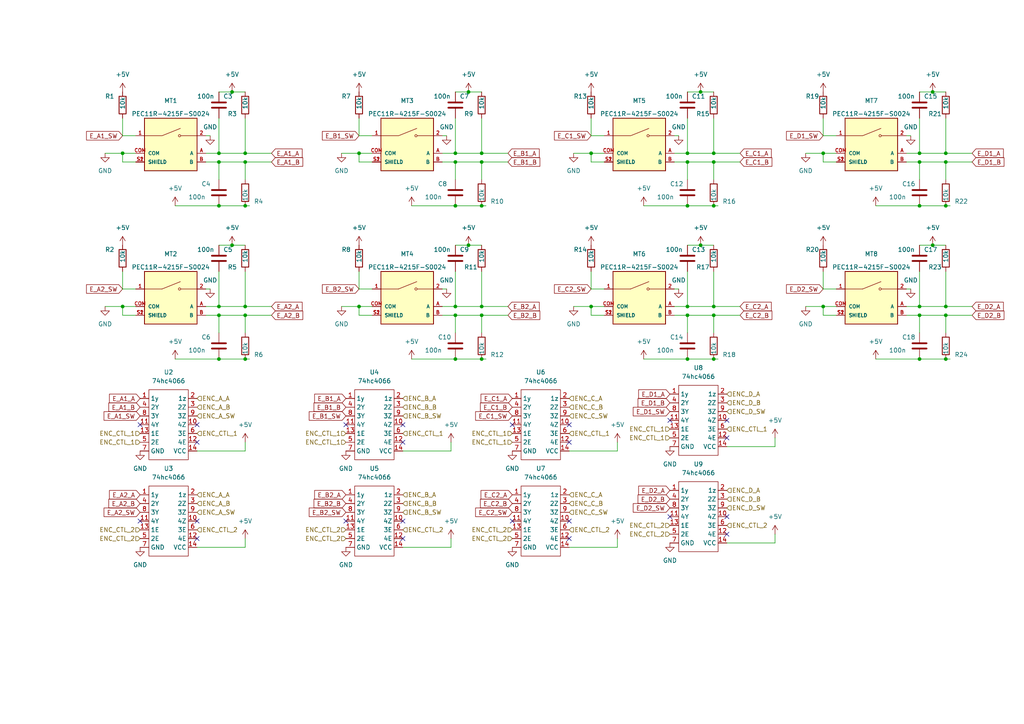
<source format=kicad_sch>
(kicad_sch (version 20211123) (generator eeschema)
  (paper "A4")
  (junction (at 132.08 44.45))
  (junction (at 207.01 46.99))
  (junction (at 266.7 88.9))
  (junction (at 207.01 104.14))
  (junction (at 139.7 91.44))
  (junction (at 270.51 71.12))
  (junction (at 171.45 88.9))
  (junction (at 71.12 104.14))
  (junction (at 270.51 26.67))
  (junction (at 199.39 104.14))
  (junction (at 203.2 26.67))
  (junction (at 238.76 44.45))
  (junction (at 132.08 59.69))
  (junction (at 274.32 44.45))
  (junction (at 135.89 71.12))
  (junction (at 199.39 91.44))
  (junction (at 132.08 88.9))
  (junction (at 203.2 71.12))
  (junction (at 139.7 88.9))
  (junction (at 266.7 59.69))
  (junction (at 71.12 88.9))
  (junction (at 71.12 59.69))
  (junction (at 67.31 26.67))
  (junction (at 63.5 59.69))
  (junction (at 132.08 91.44))
  (junction (at 135.89 26.67))
  (junction (at 274.32 91.44))
  (junction (at 132.08 104.14))
  (junction (at 63.5 88.9))
  (junction (at 63.5 44.45))
  (junction (at 274.32 59.69))
  (junction (at 207.01 59.69))
  (junction (at 104.14 88.9))
  (junction (at 132.08 46.99))
  (junction (at 199.39 44.45))
  (junction (at 71.12 46.99))
  (junction (at 238.76 88.9))
  (junction (at 207.01 91.44))
  (junction (at 35.56 88.9))
  (junction (at 266.7 44.45))
  (junction (at 139.7 104.14))
  (junction (at 139.7 59.69))
  (junction (at 104.14 44.45))
  (junction (at 63.5 104.14))
  (junction (at 266.7 91.44))
  (junction (at 139.7 46.99))
  (junction (at 207.01 88.9))
  (junction (at 274.32 46.99))
  (junction (at 71.12 44.45))
  (junction (at 266.7 104.14))
  (junction (at 274.32 88.9))
  (junction (at 266.7 46.99))
  (junction (at 63.5 46.99))
  (junction (at 199.39 46.99))
  (junction (at 71.12 91.44))
  (junction (at 199.39 88.9))
  (junction (at 207.01 44.45))
  (junction (at 199.39 59.69))
  (junction (at 63.5 91.44))
  (junction (at 67.31 71.12))
  (junction (at 171.45 44.45))
  (junction (at 274.32 104.14))
  (junction (at 139.7 44.45))
  (junction (at 35.56 44.45))
  (no_connect (at 40.64 151.13))
  (no_connect (at 194.31 149.86))
  (no_connect (at 100.33 123.19))
  (no_connect (at 165.1 123.19))
  (no_connect (at 210.82 127))
  (no_connect (at 165.1 151.13))
  (no_connect (at 165.1 156.21))
  (no_connect (at 165.1 128.27))
  (no_connect (at 210.82 121.92))
  (no_connect (at 210.82 149.86))
  (no_connect (at 210.82 154.94))
  (no_connect (at 57.15 123.19))
  (no_connect (at 57.15 128.27))
  (no_connect (at 57.15 151.13))
  (no_connect (at 57.15 156.21))
  (no_connect (at 116.84 151.13))
  (no_connect (at 116.84 123.19))
  (no_connect (at 116.84 128.27))
  (no_connect (at 116.84 156.21))
  (no_connect (at 100.33 151.13))
  (no_connect (at 194.31 121.92))
  (no_connect (at 40.64 123.19))
  (no_connect (at 148.59 123.19))
  (no_connect (at 148.59 151.13))
  (wire (pts (xy 130.81 158.75) (xy 116.84 158.75)))
  (wire (pts (xy 274.32 78.74) (xy 274.32 88.9)))
  (wire (pts (xy 63.5 78.74) (xy 63.5 88.9)))
  (wire (pts (xy 238.76 39.37) (xy 242.57 39.37)))
  (wire (pts (xy 274.32 46.99) (xy 281.94 46.99)))
  (wire (pts (xy 238.76 88.9) (xy 242.57 88.9)))
  (wire (pts (xy 166.37 44.45) (xy 171.45 44.45)))
  (wire (pts (xy 179.07 156.21) (xy 179.07 158.75)))
  (wire (pts (xy 139.7 34.29) (xy 139.7 44.45)))
  (wire (pts (xy 199.39 78.74) (xy 199.39 88.9)))
  (wire (pts (xy 132.08 46.99) (xy 139.7 46.99)))
  (wire (pts (xy 104.14 88.9) (xy 107.95 88.9)))
  (wire (pts (xy 224.79 129.54) (xy 210.82 129.54)))
  (wire (pts (xy 224.79 127) (xy 224.79 129.54)))
  (wire (pts (xy 266.7 71.12) (xy 270.51 71.12)))
  (wire (pts (xy 199.39 44.45) (xy 207.01 44.45)))
  (wire (pts (xy 262.89 91.44) (xy 266.7 91.44)))
  (wire (pts (xy 71.12 130.81) (xy 57.15 130.81)))
  (wire (pts (xy 195.58 44.45) (xy 199.39 44.45)))
  (wire (pts (xy 104.14 91.44) (xy 104.14 88.9)))
  (wire (pts (xy 107.95 46.99) (xy 104.14 46.99)))
  (wire (pts (xy 238.76 44.45) (xy 242.57 44.45)))
  (wire (pts (xy 63.5 91.44) (xy 63.5 96.52)))
  (wire (pts (xy 71.12 34.29) (xy 71.12 44.45)))
  (wire (pts (xy 171.45 34.29) (xy 171.45 39.37)))
  (wire (pts (xy 195.58 83.82) (xy 196.85 83.82)))
  (wire (pts (xy 262.89 39.37) (xy 264.16 39.37)))
  (wire (pts (xy 262.89 88.9) (xy 266.7 88.9)))
  (wire (pts (xy 119.38 59.69) (xy 132.08 59.69)))
  (wire (pts (xy 63.5 44.45) (xy 71.12 44.45)))
  (wire (pts (xy 266.7 26.67) (xy 270.51 26.67)))
  (wire (pts (xy 274.32 44.45) (xy 281.94 44.45)))
  (wire (pts (xy 128.27 88.9) (xy 132.08 88.9)))
  (wire (pts (xy 199.39 104.14) (xy 207.01 104.14)))
  (wire (pts (xy 274.32 34.29) (xy 274.32 44.45)))
  (wire (pts (xy 132.08 88.9) (xy 139.7 88.9)))
  (wire (pts (xy 266.7 91.44) (xy 274.32 91.44)))
  (wire (pts (xy 63.5 104.14) (xy 71.12 104.14)))
  (wire (pts (xy 132.08 91.44) (xy 132.08 96.52)))
  (wire (pts (xy 207.01 88.9) (xy 214.63 88.9)))
  (wire (pts (xy 199.39 91.44) (xy 207.01 91.44)))
  (wire (pts (xy 266.7 46.99) (xy 274.32 46.99)))
  (wire (pts (xy 139.7 91.44) (xy 139.7 96.52)))
  (wire (pts (xy 71.12 104.14) (xy 72.39 104.14)))
  (wire (pts (xy 71.12 59.69) (xy 72.39 59.69)))
  (wire (pts (xy 63.5 88.9) (xy 71.12 88.9)))
  (wire (pts (xy 171.45 46.99) (xy 171.45 44.45)))
  (wire (pts (xy 266.7 34.29) (xy 266.7 44.45)))
  (wire (pts (xy 128.27 83.82) (xy 129.54 83.82)))
  (wire (pts (xy 119.38 104.14) (xy 132.08 104.14)))
  (wire (pts (xy 67.31 71.12) (xy 71.12 71.12)))
  (wire (pts (xy 186.69 104.14) (xy 199.39 104.14)))
  (wire (pts (xy 207.01 91.44) (xy 207.01 96.52)))
  (wire (pts (xy 104.14 34.29) (xy 104.14 39.37)))
  (wire (pts (xy 139.7 59.69) (xy 140.97 59.69)))
  (wire (pts (xy 71.12 158.75) (xy 57.15 158.75)))
  (wire (pts (xy 203.2 71.12) (xy 207.01 71.12)))
  (wire (pts (xy 274.32 91.44) (xy 274.32 96.52)))
  (wire (pts (xy 132.08 71.12) (xy 135.89 71.12)))
  (wire (pts (xy 207.01 34.29) (xy 207.01 44.45)))
  (wire (pts (xy 104.14 39.37) (xy 107.95 39.37)))
  (wire (pts (xy 242.57 91.44) (xy 238.76 91.44)))
  (wire (pts (xy 104.14 78.74) (xy 104.14 83.82)))
  (wire (pts (xy 254 104.14) (xy 266.7 104.14)))
  (wire (pts (xy 132.08 59.69) (xy 139.7 59.69)))
  (wire (pts (xy 266.7 91.44) (xy 266.7 96.52)))
  (wire (pts (xy 238.76 46.99) (xy 238.76 44.45)))
  (wire (pts (xy 99.06 44.45) (xy 104.14 44.45)))
  (wire (pts (xy 175.26 46.99) (xy 171.45 46.99)))
  (wire (pts (xy 199.39 91.44) (xy 199.39 96.52)))
  (wire (pts (xy 104.14 46.99) (xy 104.14 44.45)))
  (wire (pts (xy 59.69 91.44) (xy 63.5 91.44)))
  (wire (pts (xy 104.14 83.82) (xy 107.95 83.82)))
  (wire (pts (xy 71.12 88.9) (xy 78.74 88.9)))
  (wire (pts (xy 35.56 78.74) (xy 35.56 83.82)))
  (wire (pts (xy 132.08 44.45) (xy 139.7 44.45)))
  (wire (pts (xy 63.5 46.99) (xy 71.12 46.99)))
  (wire (pts (xy 238.76 34.29) (xy 238.76 39.37)))
  (wire (pts (xy 128.27 46.99) (xy 132.08 46.99)))
  (wire (pts (xy 39.37 46.99) (xy 35.56 46.99)))
  (wire (pts (xy 59.69 39.37) (xy 60.96 39.37)))
  (wire (pts (xy 233.68 88.9) (xy 238.76 88.9)))
  (wire (pts (xy 139.7 46.99) (xy 139.7 52.07)))
  (wire (pts (xy 171.45 78.74) (xy 171.45 83.82)))
  (wire (pts (xy 71.12 91.44) (xy 71.12 96.52)))
  (wire (pts (xy 132.08 91.44) (xy 139.7 91.44)))
  (wire (pts (xy 63.5 34.29) (xy 63.5 44.45)))
  (wire (pts (xy 59.69 83.82) (xy 60.96 83.82)))
  (wire (pts (xy 132.08 78.74) (xy 132.08 88.9)))
  (wire (pts (xy 262.89 46.99) (xy 266.7 46.99)))
  (wire (pts (xy 130.81 128.27) (xy 130.81 130.81)))
  (wire (pts (xy 274.32 104.14) (xy 275.59 104.14)))
  (wire (pts (xy 270.51 26.67) (xy 274.32 26.67)))
  (wire (pts (xy 224.79 154.94) (xy 224.79 157.48)))
  (wire (pts (xy 128.27 44.45) (xy 132.08 44.45)))
  (wire (pts (xy 166.37 88.9) (xy 171.45 88.9)))
  (wire (pts (xy 266.7 78.74) (xy 266.7 88.9)))
  (wire (pts (xy 224.79 157.48) (xy 210.82 157.48)))
  (wire (pts (xy 171.45 88.9) (xy 175.26 88.9)))
  (wire (pts (xy 30.48 44.45) (xy 35.56 44.45)))
  (wire (pts (xy 39.37 91.44) (xy 35.56 91.44)))
  (wire (pts (xy 128.27 91.44) (xy 132.08 91.44)))
  (wire (pts (xy 270.51 71.12) (xy 274.32 71.12)))
  (wire (pts (xy 63.5 26.67) (xy 67.31 26.67)))
  (wire (pts (xy 67.31 26.67) (xy 71.12 26.67)))
  (wire (pts (xy 132.08 34.29) (xy 132.08 44.45)))
  (wire (pts (xy 132.08 46.99) (xy 132.08 52.07)))
  (wire (pts (xy 35.56 39.37) (xy 39.37 39.37)))
  (wire (pts (xy 262.89 44.45) (xy 266.7 44.45)))
  (wire (pts (xy 59.69 44.45) (xy 63.5 44.45)))
  (wire (pts (xy 35.56 88.9) (xy 39.37 88.9)))
  (wire (pts (xy 139.7 104.14) (xy 140.97 104.14)))
  (wire (pts (xy 35.56 83.82) (xy 39.37 83.82)))
  (wire (pts (xy 274.32 46.99) (xy 274.32 52.07)))
  (wire (pts (xy 171.45 91.44) (xy 171.45 88.9)))
  (wire (pts (xy 195.58 88.9) (xy 199.39 88.9)))
  (wire (pts (xy 207.01 44.45) (xy 214.63 44.45)))
  (wire (pts (xy 238.76 83.82) (xy 242.57 83.82)))
  (wire (pts (xy 71.12 44.45) (xy 78.74 44.45)))
  (wire (pts (xy 99.06 88.9) (xy 104.14 88.9)))
  (wire (pts (xy 199.39 71.12) (xy 203.2 71.12)))
  (wire (pts (xy 175.26 91.44) (xy 171.45 91.44)))
  (wire (pts (xy 195.58 39.37) (xy 196.85 39.37)))
  (wire (pts (xy 199.39 59.69) (xy 207.01 59.69)))
  (wire (pts (xy 207.01 104.14) (xy 208.28 104.14)))
  (wire (pts (xy 139.7 88.9) (xy 147.32 88.9)))
  (wire (pts (xy 71.12 91.44) (xy 78.74 91.44)))
  (wire (pts (xy 35.56 91.44) (xy 35.56 88.9)))
  (wire (pts (xy 207.01 78.74) (xy 207.01 88.9)))
  (wire (pts (xy 238.76 78.74) (xy 238.76 83.82)))
  (wire (pts (xy 35.56 34.29) (xy 35.56 39.37)))
  (wire (pts (xy 139.7 46.99) (xy 147.32 46.99)))
  (wire (pts (xy 274.32 88.9) (xy 281.94 88.9)))
  (wire (pts (xy 195.58 46.99) (xy 199.39 46.99)))
  (wire (pts (xy 207.01 91.44) (xy 214.63 91.44)))
  (wire (pts (xy 171.45 83.82) (xy 175.26 83.82)))
  (wire (pts (xy 195.58 91.44) (xy 199.39 91.44)))
  (wire (pts (xy 203.2 26.67) (xy 207.01 26.67)))
  (wire (pts (xy 242.57 46.99) (xy 238.76 46.99)))
  (wire (pts (xy 139.7 44.45) (xy 147.32 44.45)))
  (wire (pts (xy 71.12 78.74) (xy 71.12 88.9)))
  (wire (pts (xy 59.69 46.99) (xy 63.5 46.99)))
  (wire (pts (xy 274.32 91.44) (xy 281.94 91.44)))
  (wire (pts (xy 71.12 128.27) (xy 71.12 130.81)))
  (wire (pts (xy 104.14 44.45) (xy 107.95 44.45)))
  (wire (pts (xy 199.39 46.99) (xy 207.01 46.99)))
  (wire (pts (xy 135.89 26.67) (xy 139.7 26.67)))
  (wire (pts (xy 30.48 88.9) (xy 35.56 88.9)))
  (wire (pts (xy 50.8 104.14) (xy 63.5 104.14)))
  (wire (pts (xy 63.5 71.12) (xy 67.31 71.12)))
  (wire (pts (xy 35.56 46.99) (xy 35.56 44.45)))
  (wire (pts (xy 71.12 156.21) (xy 71.12 158.75)))
  (wire (pts (xy 207.01 46.99) (xy 207.01 52.07)))
  (wire (pts (xy 128.27 39.37) (xy 129.54 39.37)))
  (wire (pts (xy 199.39 34.29) (xy 199.39 44.45)))
  (wire (pts (xy 63.5 46.99) (xy 63.5 52.07)))
  (wire (pts (xy 266.7 46.99) (xy 266.7 52.07)))
  (wire (pts (xy 179.07 130.81) (xy 165.1 130.81)))
  (wire (pts (xy 132.08 26.67) (xy 135.89 26.67)))
  (wire (pts (xy 199.39 88.9) (xy 207.01 88.9)))
  (wire (pts (xy 130.81 130.81) (xy 116.84 130.81)))
  (wire (pts (xy 199.39 26.67) (xy 203.2 26.67)))
  (wire (pts (xy 274.32 59.69) (xy 275.59 59.69)))
  (wire (pts (xy 233.68 44.45) (xy 238.76 44.45)))
  (wire (pts (xy 199.39 46.99) (xy 199.39 52.07)))
  (wire (pts (xy 262.89 83.82) (xy 264.16 83.82)))
  (wire (pts (xy 63.5 91.44) (xy 71.12 91.44)))
  (wire (pts (xy 130.81 156.21) (xy 130.81 158.75)))
  (wire (pts (xy 238.76 91.44) (xy 238.76 88.9)))
  (wire (pts (xy 50.8 59.69) (xy 63.5 59.69)))
  (wire (pts (xy 59.69 88.9) (xy 63.5 88.9)))
  (wire (pts (xy 254 59.69) (xy 266.7 59.69)))
  (wire (pts (xy 139.7 78.74) (xy 139.7 88.9)))
  (wire (pts (xy 171.45 44.45) (xy 175.26 44.45)))
  (wire (pts (xy 207.01 46.99) (xy 214.63 46.99)))
  (wire (pts (xy 132.08 104.14) (xy 139.7 104.14)))
  (wire (pts (xy 266.7 44.45) (xy 274.32 44.45)))
  (wire (pts (xy 207.01 59.69) (xy 208.28 59.69)))
  (wire (pts (xy 266.7 88.9) (xy 274.32 88.9)))
  (wire (pts (xy 266.7 104.14) (xy 274.32 104.14)))
  (wire (pts (xy 179.07 158.75) (xy 165.1 158.75)))
  (wire (pts (xy 35.56 44.45) (xy 39.37 44.45)))
  (wire (pts (xy 107.95 91.44) (xy 104.14 91.44)))
  (wire (pts (xy 266.7 59.69) (xy 274.32 59.69)))
  (wire (pts (xy 171.45 39.37) (xy 175.26 39.37)))
  (wire (pts (xy 139.7 91.44) (xy 147.32 91.44)))
  (wire (pts (xy 71.12 46.99) (xy 78.74 46.99)))
  (wire (pts (xy 186.69 59.69) (xy 199.39 59.69)))
  (wire (pts (xy 179.07 128.27) (xy 179.07 130.81)))
  (wire (pts (xy 63.5 59.69) (xy 71.12 59.69)))
  (wire (pts (xy 71.12 46.99) (xy 71.12 52.07)))
  (wire (pts (xy 135.89 71.12) (xy 139.7 71.12)))
  (global_label "E_B2_B" (shape input) (at 147.32 91.44 0) (property "Intersheet References" "${INTERSHEET_REFS}" (effects hide)))
  (global_label "E_D2_A" (shape input) (at 194.31 142.24 180) (property "Intersheet References" "${INTERSHEET_REFS}" (effects hide)))
  (global_label "E_C2_A" (shape input) (at 214.63 88.9 0) (property "Intersheet References" "${INTERSHEET_REFS}" (effects hide)))
  (global_label "E_B2_A" (shape input) (at 100.33 143.51 180) (property "Intersheet References" "${INTERSHEET_REFS}" (effects hide)))
  (global_label "E_B1_A" (shape input) (at 147.32 44.45 0) (property "Intersheet References" "${INTERSHEET_REFS}" (effects hide)))
  (global_label "E_A2_B" (shape input) (at 78.74 91.44 0) (property "Intersheet References" "${INTERSHEET_REFS}" (effects hide)))
  (global_label "E_B1_B" (shape input) (at 100.33 118.11 180) (property "Intersheet References" "${INTERSHEET_REFS}" (effects hide)))
  (global_label "E_B1_SW" (shape input) (at 104.14 39.37 180) (property "Intersheet References" "${INTERSHEET_REFS}" (effects hide)))
  (global_label "E_A1_A" (shape input) (at 40.64 115.57 180) (property "Intersheet References" "${INTERSHEET_REFS}" (effects hide)))
  (global_label "E_A2_SW" (shape input) (at 35.56 83.82 180) (property "Intersheet References" "${INTERSHEET_REFS}" (effects hide)))
  (global_label "E_D2_SW" (shape input) (at 238.76 83.82 180) (property "Intersheet References" "${INTERSHEET_REFS}" (effects hide)))
  (global_label "E_C1_A" (shape input) (at 148.59 115.57 180) (property "Intersheet References" "${INTERSHEET_REFS}" (effects hide)))
  (global_label "E_A1_B" (shape input) (at 40.64 118.11 180) (property "Intersheet References" "${INTERSHEET_REFS}" (effects hide)))
  (global_label "E_D1_B" (shape input) (at 281.94 46.99 0) (property "Intersheet References" "${INTERSHEET_REFS}" (effects hide)))
  (global_label "E_C1_SW" (shape input) (at 148.59 120.65 180) (property "Intersheet References" "${INTERSHEET_REFS}" (effects hide)))
  (global_label "E_D2_SW" (shape input) (at 194.31 147.32 180) (property "Intersheet References" "${INTERSHEET_REFS}" (effects hide)))
  (global_label "E_D2_B" (shape input) (at 194.31 144.78 180) (property "Intersheet References" "${INTERSHEET_REFS}" (effects hide)))
  (global_label "E_C1_A" (shape input) (at 214.63 44.45 0) (property "Intersheet References" "${INTERSHEET_REFS}" (effects hide)))
  (global_label "E_C1_B" (shape input) (at 148.59 118.11 180) (property "Intersheet References" "${INTERSHEET_REFS}" (effects hide)))
  (global_label "E_A2_A" (shape input) (at 78.74 88.9 0) (property "Intersheet References" "${INTERSHEET_REFS}" (effects hide)))
  (global_label "E_B2_SW" (shape input) (at 104.14 83.82 180) (property "Intersheet References" "${INTERSHEET_REFS}" (effects hide)))
  (global_label "E_A1_SW" (shape input) (at 40.64 120.65 180) (property "Intersheet References" "${INTERSHEET_REFS}" (effects hide)))
  (global_label "E_D1_SW" (shape input) (at 238.76 39.37 180) (property "Intersheet References" "${INTERSHEET_REFS}" (effects hide)))
  (global_label "E_D1_SW" (shape input) (at 194.31 119.38 180) (property "Intersheet References" "${INTERSHEET_REFS}" (effects hide)))
  (global_label "E_C1_B" (shape input) (at 214.63 46.99 0) (property "Intersheet References" "${INTERSHEET_REFS}" (effects hide)))
  (global_label "E_B1_A" (shape input) (at 100.33 115.57 180) (property "Intersheet References" "${INTERSHEET_REFS}" (effects hide)))
  (global_label "E_A2_B" (shape input) (at 40.64 146.05 180) (property "Intersheet References" "${INTERSHEET_REFS}" (effects hide)))
  (global_label "E_D1_A" (shape input) (at 194.31 114.3 180) (property "Intersheet References" "${INTERSHEET_REFS}" (effects hide)))
  (global_label "E_C2_SW" (shape input) (at 148.59 148.59 180) (property "Intersheet References" "${INTERSHEET_REFS}" (effects hide)))
  (global_label "E_B2_A" (shape input) (at 147.32 88.9 0) (property "Intersheet References" "${INTERSHEET_REFS}" (effects hide)))
  (global_label "E_A1_SW" (shape input) (at 35.56 39.37 180) (property "Intersheet References" "${INTERSHEET_REFS}" (effects hide)))
  (global_label "E_A1_B" (shape input) (at 78.74 46.99 0) (property "Intersheet References" "${INTERSHEET_REFS}" (effects hide)))
  (global_label "E_C2_SW" (shape input) (at 171.45 83.82 180) (property "Intersheet References" "${INTERSHEET_REFS}" (effects hide)))
  (global_label "E_D2_B" (shape input) (at 281.94 91.44 0) (property "Intersheet References" "${INTERSHEET_REFS}" (effects hide)))
  (global_label "E_A2_A" (shape input) (at 40.64 143.51 180) (property "Intersheet References" "${INTERSHEET_REFS}" (effects hide)))
  (global_label "E_D1_A" (shape input) (at 281.94 44.45 0) (property "Intersheet References" "${INTERSHEET_REFS}" (effects hide)))
  (global_label "E_D1_B" (shape input) (at 194.31 116.84 180) (property "Intersheet References" "${INTERSHEET_REFS}" (effects hide)))
  (global_label "E_B2_B" (shape input) (at 100.33 146.05 180) (property "Intersheet References" "${INTERSHEET_REFS}" (effects hide)))
  (global_label "E_B1_B" (shape input) (at 147.32 46.99 0) (property "Intersheet References" "${INTERSHEET_REFS}" (effects hide)))
  (global_label "E_B1_SW" (shape input) (at 100.33 120.65 180) (property "Intersheet References" "${INTERSHEET_REFS}" (effects hide)))
  (global_label "E_A1_A" (shape input) (at 78.74 44.45 0) (property "Intersheet References" "${INTERSHEET_REFS}" (effects hide)))
  (global_label "E_C1_SW" (shape input) (at 171.45 39.37 180) (property "Intersheet References" "${INTERSHEET_REFS}" (effects hide)))
  (global_label "E_D2_A" (shape input) (at 281.94 88.9 0) (property "Intersheet References" "${INTERSHEET_REFS}" (effects hide)))
  (global_label "E_B2_SW" (shape input) (at 100.33 148.59 180) (property "Intersheet References" "${INTERSHEET_REFS}" (effects hide)))
  (global_label "E_C2_A" (shape input) (at 148.59 143.51 180) (property "Intersheet References" "${INTERSHEET_REFS}" (effects hide)))
  (global_label "E_C2_B" (shape input) (at 148.59 146.05 180) (property "Intersheet References" "${INTERSHEET_REFS}" (effects hide)))
  (global_label "E_C2_B" (shape input) (at 214.63 91.44 0) (property "Intersheet References" "${INTERSHEET_REFS}" (effects hide)))
  (global_label "E_A2_SW" (shape input) (at 40.64 148.59 180) (property "Intersheet References" "${INTERSHEET_REFS}" (effects hide)))
  (hierarchical_label "ENC_CTL_1" (shape input) (at 116.84 125.73 0))
  (hierarchical_label "ENC_CTL_2" (shape input) (at 148.59 153.67 180))
  (hierarchical_label "ENC_CTL_1" (shape input) (at 194.31 127 180))
  (hierarchical_label "ENC_D_SW" (shape input) (at 210.82 119.38 0))
  (hierarchical_label "ENC_CTL_2" (shape input) (at 57.15 153.67 0))
  (hierarchical_label "ENC_D_B" (shape input) (at 210.82 116.84 0))
  (hierarchical_label "ENC_C_SW" (shape input) (at 165.1 120.65 0))
  (hierarchical_label "ENC_C_B" (shape input) (at 165.1 118.11 0))
  (hierarchical_label "ENC_A_B" (shape input) (at 57.15 118.11 0))
  (hierarchical_label "ENC_CTL_1" (shape input) (at 148.59 128.27 180))
  (hierarchical_label "ENC_C_A" (shape input) (at 165.1 115.57 0))
  (hierarchical_label "ENC_CTL_1" (shape input) (at 194.31 124.46 180))
  (hierarchical_label "ENC_A_A" (shape input) (at 57.15 115.57 0))
  (hierarchical_label "ENC_C_B" (shape input) (at 165.1 146.05 0))
  (hierarchical_label "ENC_CTL_2" (shape input) (at 165.1 153.67 0))
  (hierarchical_label "ENC_CTL_2" (shape input) (at 148.59 156.21 180))
  (hierarchical_label "ENC_D_SW" (shape input) (at 210.82 147.32 0))
  (hierarchical_label "ENC_CTL_2" (shape input) (at 210.82 152.4 0))
  (hierarchical_label "ENC_B_SW" (shape input) (at 116.84 120.65 0))
  (hierarchical_label "ENC_CTL_1" (shape input) (at 165.1 125.73 0))
  (hierarchical_label "ENC_CTL_2" (shape input) (at 116.84 153.67 0))
  (hierarchical_label "ENC_CTL_1" (shape input) (at 210.82 124.46 0))
  (hierarchical_label "ENC_CTL_2" (shape input) (at 194.31 152.4 180))
  (hierarchical_label "ENC_B_B" (shape input) (at 116.84 118.11 0))
  (hierarchical_label "ENC_B_B" (shape input) (at 116.84 146.05 0))
  (hierarchical_label "ENC_B_SW" (shape input) (at 116.84 148.59 0))
  (hierarchical_label "ENC_D_A" (shape input) (at 210.82 142.24 0))
  (hierarchical_label "ENC_CTL_2" (shape input) (at 40.64 156.21 180))
  (hierarchical_label "ENC_A_SW" (shape input) (at 57.15 148.59 0))
  (hierarchical_label "ENC_D_A" (shape input) (at 210.82 114.3 0))
  (hierarchical_label "ENC_CTL_1" (shape input) (at 57.15 125.73 0))
  (hierarchical_label "ENC_B_A" (shape input) (at 116.84 115.57 0))
  (hierarchical_label "ENC_CTL_2" (shape input) (at 40.64 153.67 180))
  (hierarchical_label "ENC_CTL_2" (shape input) (at 100.33 153.67 180))
  (hierarchical_label "ENC_C_A" (shape input) (at 165.1 143.51 0))
  (hierarchical_label "ENC_CTL_1" (shape input) (at 148.59 125.73 180))
  (hierarchical_label "ENC_A_B" (shape input) (at 57.15 146.05 0))
  (hierarchical_label "ENC_CTL_1" (shape input) (at 40.64 128.27 180))
  (hierarchical_label "ENC_CTL_2" (shape input) (at 100.33 156.21 180))
  (hierarchical_label "ENC_B_A" (shape input) (at 116.84 143.51 0))
  (hierarchical_label "ENC_CTL_1" (shape input) (at 100.33 128.27 180))
  (hierarchical_label "ENC_CTL_2" (shape input) (at 194.31 154.94 180))
  (hierarchical_label "ENC_C_SW" (shape input) (at 165.1 148.59 0))
  (hierarchical_label "ENC_CTL_1" (shape input) (at 100.33 125.73 180))
  (hierarchical_label "ENC_A_A" (shape input) (at 57.15 143.51 0))
  (hierarchical_label "ENC_CTL_1" (shape input) (at 40.64 125.73 180))
  (hierarchical_label "ENC_A_SW" (shape input) (at 57.15 120.65 0))
  (hierarchical_label "ENC_D_B" (shape input) (at 210.82 144.78 0))
  (symbol (lib_id "power:+5V") (at 71.12 128.27 0) (unit 1)
    (property "Reference" "#PWR016" (effects hide))
    (property "Value" "+5V" (at 71.12 123.19 0))
  )
  (symbol (lib_id "Device:R") (at 35.56 30.48 0) (unit 1)
    (property "Reference" "R1" (at 30.48 27.94 0) (effects (justify left)))
    (property "Value" "10k" (at 35.56 31.75 90) (effects (justify left)))
    (property "Footprint" "Resistor_SMD:R_1206_3216Metric_Pad1.30x1.75mm_HandSolder" (effects hide))
  )
  (symbol (lib_id "3dAudioSym:74hc4066") (at 110.49 151.13 0) (unit 1)
    (property "Reference" "U5" (at 108.585 135.89 0))
    (property "Value" "74hc4066" (at 108.585 138.43 0))
    (property "Footprint" "Package_SO:SOIC-14_3.9x8.7mm_P1.27mm" (effects hide))
  )
  (symbol (lib_id "power:+5V") (at 50.8 104.14 0) (unit 1)
    (property "Reference" "#PWR011" (effects hide))
    (property "Value" "+5V" (at 50.8 99.06 0))
  )
  (symbol (lib_id "power:GND") (at 264.16 39.37 0) (unit 1)
    (property "Reference" "#PWR056" (effects hide))
    (property "Value" "GND" (at 264.16 36.83 0))
  )
  (symbol (lib_id "power:GND") (at 129.54 83.82 0) (unit 1)
    (property "Reference" "#PWR027" (effects hide))
    (property "Value" "GND" (at 129.54 81.28 0))
  )
  (symbol (lib_id "Device:R") (at 207.01 100.33 0) (unit 1)
    (property "Reference" "R18" (at 209.55 102.87 0) (effects (justify left)))
    (property "Value" "10k" (at 207.01 102.87 90) (effects (justify left)))
    (property "Footprint" "Resistor_SMD:R_1206_3216Metric_Pad1.30x1.75mm_HandSolder" (effects hide))
  )
  (symbol (lib_id "power:+5V") (at 130.81 156.21 0) (unit 1)
    (property "Reference" "#PWR029" (effects hide))
    (property "Value" "+5V" (at 130.81 151.13 0))
  )
  (symbol (lib_id "Device:R") (at 171.45 30.48 0) (unit 1)
    (property "Reference" "R13" (at 166.37 27.94 0) (effects (justify left)))
    (property "Value" "10k" (at 171.45 31.75 90) (effects (justify left)))
    (property "Footprint" "Resistor_SMD:R_1206_3216Metric_Pad1.30x1.75mm_HandSolder" (effects hide))
  )
  (symbol (lib_id "power:+5V") (at 104.14 26.67 0) (unit 1)
    (property "Reference" "#PWR022" (effects hide))
    (property "Value" "+5V" (at 104.14 21.59 0))
  )
  (symbol (lib_id "power:+5V") (at 238.76 26.67 0) (unit 1)
    (property "Reference" "#PWR052" (effects hide))
    (property "Value" "+5V" (at 238.76 21.59 0))
  )
  (symbol (lib_id "power:GND") (at 148.59 158.75 0) (unit 1)
    (property "Reference" "#PWR033" (effects hide))
    (property "Value" "GND" (at 148.59 163.83 0))
  )
  (symbol (lib_id "Device:R") (at 139.7 74.93 0) (unit 1)
    (property "Reference" "R11" (at 134.62 77.47 0) (effects (justify left)))
    (property "Value" "10k" (at 139.7 76.2 90) (effects (justify left)))
    (property "Footprint" "Resistor_SMD:R_1206_3216Metric_Pad1.30x1.75mm_HandSolder" (effects hide))
  )
  (symbol (lib_id "Device:R") (at 71.12 30.48 0) (unit 1)
    (property "Reference" "R3" (at 66.04 33.02 0) (effects (justify left)))
    (property "Value" "10k" (at 71.12 31.75 90) (effects (justify left)))
    (property "Footprint" "Resistor_SMD:R_1206_3216Metric_Pad1.30x1.75mm_HandSolder" (effects hide))
  )
  (symbol (lib_id "power:GND") (at 30.48 88.9 0) (unit 1)
    (property "Reference" "#PWR05" (effects hide))
    (property "Value" "GND" (at 30.48 93.98 0))
  )
  (symbol (lib_id "3dAudioSym:PEC11R-4215F-S0024") (at 185.42 86.36 0) (unit 1)
    (property "Reference" "MT6" (at 185.42 73.66 0))
    (property "Value" "PEC11R-4215F-S0024" (at 185.42 77.47 0))
    (property "Footprint" "3dAudioFoot:XDCR_PEC11R-4215F-S0024" (effects hide))
    (property "DigiKey_Part_Number" "PEC11R-4215F-S0024-ND" (effects hide))
    (property "MF" "Bourns" (effects hide))
    (property "MAXIMUM_PACKAGE_HEIGHT" "21.5 mm" (effects hide))
    (property "Package" "None" (effects hide))
    (property "Check_prices" "https://www.snapeda.com/parts/PEC11R-4215F-S0024/Bourns/view-part/?ref=eda" (effects hide))
    (property "STANDARD" "Manufacturer Recommendations" (effects hide))
    (property "PARTREV" "Rev. 09/19" (effects hide))
    (property "SnapEDA_Link" "https://www.snapeda.com/parts/PEC11R-4215F-S0024/Bourns/view-part/?ref=snap" (effects hide))
    (property "MP" "PEC11R-4215F-S0024" (effects hide))
    (property "Purchase-URL" "https://www.snapeda.com/api/url_track_click_mouser/?unipart_id=428605&manufacturer=Bourns&part_name=PEC11R-4215F-S0024&search_term=None" (effects hide))
    (property "Description" "\nEncoder,Rotary,24 Detents,15 mm, Shaft,Switch | Bourns PEC11R-4215F-S0024\n" (effects hide))
    (property "MANUFACTURER" "J.W.Miller/Bourns" (effects hide))
  )
  (symbol (lib_id "Device:R") (at 104.14 30.48 0) (unit 1)
    (property "Reference" "R7" (at 99.06 27.94 0) (effects (justify left)))
    (property "Value" "10k" (at 104.14 31.75 90) (effects (justify left)))
    (property "Footprint" "Resistor_SMD:R_1206_3216Metric_Pad1.30x1.75mm_HandSolder" (effects hide))
  )
  (symbol (lib_id "power:+5V") (at 50.8 59.69 0) (unit 1)
    (property "Reference" "#PWR010" (effects hide))
    (property "Value" "+5V" (at 50.8 54.61 0))
  )
  (symbol (lib_id "power:GND") (at 99.06 88.9 0) (unit 1)
    (property "Reference" "#PWR019" (effects hide))
    (property "Value" "GND" (at 99.06 93.98 0))
  )
  (symbol (lib_id "power:GND") (at 60.96 83.82 0) (unit 1)
    (property "Reference" "#PWR013" (effects hide))
    (property "Value" "GND" (at 60.96 81.28 0))
  )
  (symbol (lib_id "power:GND") (at 40.64 158.75 0) (unit 1)
    (property "Reference" "#PWR09" (effects hide))
    (property "Value" "GND" (at 40.64 163.83 0))
  )
  (symbol (lib_id "3dAudioSym:PEC11R-4215F-S0024") (at 49.53 41.91 0) (unit 1)
    (property "Reference" "MT1" (at 49.53 29.21 0))
    (property "Value" "PEC11R-4215F-S0024" (at 49.53 33.02 0))
    (property "Footprint" "3dAudioFoot:XDCR_PEC11R-4215F-S0024" (effects hide))
    (property "DigiKey_Part_Number" "PEC11R-4215F-S0024-ND" (effects hide))
    (property "MF" "Bourns" (effects hide))
    (property "MAXIMUM_PACKAGE_HEIGHT" "21.5 mm" (effects hide))
    (property "Package" "None" (effects hide))
    (property "Check_prices" "https://www.snapeda.com/parts/PEC11R-4215F-S0024/Bourns/view-part/?ref=eda" (effects hide))
    (property "STANDARD" "Manufacturer Recommendations" (effects hide))
    (property "PARTREV" "Rev. 09/19" (effects hide))
    (property "SnapEDA_Link" "https://www.snapeda.com/parts/PEC11R-4215F-S0024/Bourns/view-part/?ref=snap" (effects hide))
    (property "MP" "PEC11R-4215F-S0024" (effects hide))
    (property "Purchase-URL" "https://www.snapeda.com/api/url_track_click_mouser/?unipart_id=428605&manufacturer=Bourns&part_name=PEC11R-4215F-S0024&search_term=None" (effects hide))
    (property "Description" "\nEncoder,Rotary,24 Detents,15 mm, Shaft,Switch | Bourns PEC11R-4215F-S0024\n" (effects hide))
    (property "MANUFACTURER" "J.W.Miller/Bourns" (effects hide))
  )
  (symbol (lib_id "3dAudioSym:74hc4066") (at 50.8 151.13 0) (unit 1)
    (property "Reference" "U3" (at 48.895 135.89 0))
    (property "Value" "74hc4066" (at 48.895 138.43 0))
    (property "Footprint" "Package_SO:SOIC-14_3.9x8.7mm_P1.27mm" (effects hide))
  )
  (symbol (lib_id "power:GND") (at 233.68 88.9 0) (unit 1)
    (property "Reference" "#PWR051" (effects hide))
    (property "Value" "GND" (at 233.68 93.98 0))
  )
  (symbol (lib_id "Device:R") (at 207.01 30.48 0) (unit 1)
    (property "Reference" "R15" (at 201.93 33.02 0) (effects (justify left)))
    (property "Value" "10k" (at 207.01 31.75 90) (effects (justify left)))
    (property "Footprint" "Resistor_SMD:R_1206_3216Metric_Pad1.30x1.75mm_HandSolder" (effects hide))
  )
  (symbol (lib_id "power:+5V") (at 224.79 127 0) (unit 1)
    (property "Reference" "#PWR048" (effects hide))
    (property "Value" "+5V" (at 224.79 121.92 0))
  )
  (symbol (lib_id "power:+5V") (at 254 59.69 0) (unit 1)
    (property "Reference" "#PWR054" (effects hide))
    (property "Value" "+5V" (at 254 54.61 0))
  )
  (symbol (lib_id "power:+5V") (at 203.2 26.67 0) (unit 1)
    (property "Reference" "#PWR046" (effects hide))
    (property "Value" "+5V" (at 203.2 21.59 0))
  )
  (symbol (lib_id "power:+5V") (at 179.07 128.27 0) (unit 1)
    (property "Reference" "#PWR038" (effects hide))
    (property "Value" "+5V" (at 179.07 123.19 0))
  )
  (symbol (lib_id "power:+5V") (at 67.31 71.12 0) (unit 1)
    (property "Reference" "#PWR015" (effects hide))
    (property "Value" "+5V" (at 67.31 66.04 0))
  )
  (symbol (lib_id "Device:C") (at 132.08 100.33 0) (unit 1)
    (property "Reference" "C10" (at 127 97.79 0) (effects (justify left)))
    (property "Value" "100n" (at 123.19 101.6 0) (effects (justify left)))
    (property "Footprint" "Capacitor_SMD:C_1206_3216Metric_Pad1.33x1.80mm_HandSolder" (effects hide))
  )
  (symbol (lib_id "power:+5V") (at 203.2 71.12 0) (unit 1)
    (property "Reference" "#PWR047" (effects hide))
    (property "Value" "+5V" (at 203.2 66.04 0))
  )
  (symbol (lib_id "3dAudioSym:74hc4066") (at 158.75 151.13 0) (unit 1)
    (property "Reference" "U7" (at 156.845 135.89 0))
    (property "Value" "74hc4066" (at 156.845 138.43 0))
    (property "Footprint" "Package_SO:SOIC-14_3.9x8.7mm_P1.27mm" (effects hide))
  )
  (symbol (lib_id "power:GND") (at 129.54 39.37 0) (unit 1)
    (property "Reference" "#PWR026" (effects hide))
    (property "Value" "GND" (at 129.54 36.83 0))
  )
  (symbol (lib_id "Device:C") (at 199.39 55.88 0) (unit 1)
    (property "Reference" "C12" (at 194.31 53.34 0) (effects (justify left)))
    (property "Value" "100n" (at 190.5 57.15 0) (effects (justify left)))
    (property "Footprint" "Capacitor_SMD:C_1206_3216Metric_Pad1.33x1.80mm_HandSolder" (effects hide))
  )
  (symbol (lib_id "power:GND") (at 196.85 39.37 0) (unit 1)
    (property "Reference" "#PWR044" (effects hide))
    (property "Value" "GND" (at 196.85 36.83 0))
  )
  (symbol (lib_id "power:GND") (at 264.16 83.82 0) (unit 1)
    (property "Reference" "#PWR057" (effects hide))
    (property "Value" "GND" (at 264.16 81.28 0))
  )
  (symbol (lib_id "Device:C") (at 266.7 30.48 0) (unit 1)
    (property "Reference" "C15" (at 267.97 27.94 0) (effects (justify left)))
    (property "Value" "100n" (at 260.35 27.94 0) (effects (justify left)))
    (property "Footprint" "Capacitor_SMD:C_1206_3216Metric_Pad1.33x1.80mm_HandSolder" (effects hide))
  )
  (symbol (lib_id "Device:C") (at 63.5 55.88 0) (unit 1)
    (property "Reference" "C4" (at 58.42 53.34 0) (effects (justify left)))
    (property "Value" "100n" (at 54.61 57.15 0) (effects (justify left)))
    (property "Footprint" "Capacitor_SMD:C_1206_3216Metric_Pad1.33x1.80mm_HandSolder" (effects hide))
  )
  (symbol (lib_id "Device:R") (at 207.01 74.93 0) (unit 1)
    (property "Reference" "R17" (at 201.93 77.47 0) (effects (justify left)))
    (property "Value" "10k" (at 207.01 76.2 90) (effects (justify left)))
    (property "Footprint" "Resistor_SMD:R_1206_3216Metric_Pad1.30x1.75mm_HandSolder" (effects hide))
  )
  (symbol (lib_id "3dAudioSym:74hc4066") (at 50.8 123.19 0) (unit 1)
    (property "Reference" "U2" (at 48.895 107.95 0))
    (property "Value" "74hc4066" (at 48.895 110.49 0))
    (property "Footprint" "Package_SO:SOIC-14_3.9x8.7mm_P1.27mm" (effects hide))
  )
  (symbol (lib_id "Device:C") (at 266.7 100.33 0) (unit 1)
    (property "Reference" "C18" (at 261.62 97.79 0) (effects (justify left)))
    (property "Value" "100n" (at 257.81 101.6 0) (effects (justify left)))
    (property "Footprint" "Capacitor_SMD:C_1206_3216Metric_Pad1.33x1.80mm_HandSolder" (effects hide))
  )
  (symbol (lib_id "power:GND") (at 99.06 44.45 0) (unit 1)
    (property "Reference" "#PWR018" (effects hide))
    (property "Value" "GND" (at 99.06 49.53 0))
  )
  (symbol (lib_id "power:+5V") (at 238.76 71.12 0) (unit 1)
    (property "Reference" "#PWR053" (effects hide))
    (property "Value" "+5V" (at 238.76 66.04 0))
  )
  (symbol (lib_id "Device:C") (at 266.7 55.88 0) (unit 1)
    (property "Reference" "C16" (at 261.62 53.34 0) (effects (justify left)))
    (property "Value" "100n" (at 257.81 57.15 0) (effects (justify left)))
    (property "Footprint" "Capacitor_SMD:C_1206_3216Metric_Pad1.33x1.80mm_HandSolder" (effects hide))
  )
  (symbol (lib_id "power:+5V") (at 186.69 104.14 0) (unit 1)
    (property "Reference" "#PWR041" (effects hide))
    (property "Value" "+5V" (at 186.69 99.06 0))
  )
  (symbol (lib_id "Device:C") (at 266.7 74.93 0) (unit 1)
    (property "Reference" "C17" (at 267.97 72.39 0) (effects (justify left)))
    (property "Value" "100n" (at 260.35 72.39 0) (effects (justify left)))
    (property "Footprint" "Capacitor_SMD:C_1206_3216Metric_Pad1.33x1.80mm_HandSolder" (effects hide))
  )
  (symbol (lib_id "power:GND") (at 100.33 130.81 0) (unit 1)
    (property "Reference" "#PWR020" (effects hide))
    (property "Value" "GND" (at 100.33 135.89 0))
  )
  (symbol (lib_id "Device:C") (at 63.5 74.93 0) (unit 1)
    (property "Reference" "C5" (at 64.77 72.39 0) (effects (justify left)))
    (property "Value" "100n" (at 57.15 72.39 0) (effects (justify left)))
    (property "Footprint" "Capacitor_SMD:C_1206_3216Metric_Pad1.33x1.80mm_HandSolder" (effects hide))
  )
  (symbol (lib_id "3dAudioSym:PEC11R-4215F-S0024") (at 49.53 86.36 0) (unit 1)
    (property "Reference" "MT2" (at 49.53 73.66 0))
    (property "Value" "PEC11R-4215F-S0024" (at 49.53 77.47 0))
    (property "Footprint" "3dAudioFoot:XDCR_PEC11R-4215F-S0024" (effects hide))
    (property "DigiKey_Part_Number" "PEC11R-4215F-S0024-ND" (effects hide))
    (property "MF" "Bourns" (effects hide))
    (property "MAXIMUM_PACKAGE_HEIGHT" "21.5 mm" (effects hide))
    (property "Package" "None" (effects hide))
    (property "Check_prices" "https://www.snapeda.com/parts/PEC11R-4215F-S0024/Bourns/view-part/?ref=eda" (effects hide))
    (property "STANDARD" "Manufacturer Recommendations" (effects hide))
    (property "PARTREV" "Rev. 09/19" (effects hide))
    (property "SnapEDA_Link" "https://www.snapeda.com/parts/PEC11R-4215F-S0024/Bourns/view-part/?ref=snap" (effects hide))
    (property "MP" "PEC11R-4215F-S0024" (effects hide))
    (property "Purchase-URL" "https://www.snapeda.com/api/url_track_click_mouser/?unipart_id=428605&manufacturer=Bourns&part_name=PEC11R-4215F-S0024&search_term=None" (effects hide))
    (property "Description" "\nEncoder,Rotary,24 Detents,15 mm, Shaft,Switch | Bourns PEC11R-4215F-S0024\n" (effects hide))
    (property "MANUFACTURER" "J.W.Miller/Bourns" (effects hide))
  )
  (symbol (lib_id "power:GND") (at 194.31 129.54 0) (unit 1)
    (property "Reference" "#PWR042" (effects hide))
    (property "Value" "GND" (at 194.31 134.62 0))
  )
  (symbol (lib_id "power:+5V") (at 135.89 71.12 0) (unit 1)
    (property "Reference" "#PWR031" (effects hide))
    (property "Value" "+5V" (at 135.89 66.04 0))
  )
  (symbol (lib_id "power:+5V") (at 171.45 26.67 0) (unit 1)
    (property "Reference" "#PWR036" (effects hide))
    (property "Value" "+5V" (at 171.45 21.59 0))
  )
  (symbol (lib_id "power:GND") (at 100.33 158.75 0) (unit 1)
    (property "Reference" "#PWR021" (effects hide))
    (property "Value" "GND" (at 100.33 163.83 0))
  )
  (symbol (lib_id "Device:R") (at 274.32 100.33 0) (unit 1)
    (property "Reference" "R24" (at 276.86 102.87 0) (effects (justify left)))
    (property "Value" "10k" (at 274.32 102.87 90) (effects (justify left)))
    (property "Footprint" "Resistor_SMD:R_1206_3216Metric_Pad1.30x1.75mm_HandSolder" (effects hide))
  )
  (symbol (lib_id "Device:R") (at 71.12 55.88 0) (unit 1)
    (property "Reference" "R4" (at 73.66 58.42 0) (effects (justify left)))
    (property "Value" "10k" (at 71.12 58.42 90) (effects (justify left)))
    (property "Footprint" "Resistor_SMD:R_1206_3216Metric_Pad1.30x1.75mm_HandSolder" (effects hide))
  )
  (symbol (lib_id "Device:R") (at 238.76 30.48 0) (unit 1)
    (property "Reference" "R19" (at 233.68 27.94 0) (effects (justify left)))
    (property "Value" "10k" (at 238.76 31.75 90) (effects (justify left)))
    (property "Footprint" "Resistor_SMD:R_1206_3216Metric_Pad1.30x1.75mm_HandSolder" (effects hide))
  )
  (symbol (lib_id "power:GND") (at 233.68 44.45 0) (unit 1)
    (property "Reference" "#PWR050" (effects hide))
    (property "Value" "GND" (at 233.68 49.53 0))
  )
  (symbol (lib_id "Device:R") (at 35.56 74.93 0) (unit 1)
    (property "Reference" "R2" (at 30.48 72.39 0) (effects (justify left)))
    (property "Value" "10k" (at 35.56 76.2 90) (effects (justify left)))
    (property "Footprint" "Resistor_SMD:R_1206_3216Metric_Pad1.30x1.75mm_HandSolder" (effects hide))
  )
  (symbol (lib_id "power:+5V") (at 186.69 59.69 0) (unit 1)
    (property "Reference" "#PWR040" (effects hide))
    (property "Value" "+5V" (at 186.69 54.61 0))
  )
  (symbol (lib_id "power:GND") (at 194.31 157.48 0) (unit 1)
    (property "Reference" "#PWR043" (effects hide))
    (property "Value" "GND" (at 194.31 162.56 0))
  )
  (symbol (lib_id "Device:R") (at 274.32 55.88 0) (unit 1)
    (property "Reference" "R22" (at 276.86 58.42 0) (effects (justify left)))
    (property "Value" "10k" (at 274.32 58.42 90) (effects (justify left)))
    (property "Footprint" "Resistor_SMD:R_1206_3216Metric_Pad1.30x1.75mm_HandSolder" (effects hide))
  )
  (symbol (lib_id "Device:C") (at 132.08 74.93 0) (unit 1)
    (property "Reference" "C9" (at 133.35 72.39 0) (effects (justify left)))
    (property "Value" "100n" (at 125.73 72.39 0) (effects (justify left)))
    (property "Footprint" "Capacitor_SMD:C_1206_3216Metric_Pad1.33x1.80mm_HandSolder" (effects hide))
  )
  (symbol (lib_id "Device:R") (at 71.12 74.93 0) (unit 1)
    (property "Reference" "R5" (at 66.04 77.47 0) (effects (justify left)))
    (property "Value" "10k" (at 71.12 76.2 90) (effects (justify left)))
    (property "Footprint" "Resistor_SMD:R_1206_3216Metric_Pad1.30x1.75mm_HandSolder" (effects hide))
  )
  (symbol (lib_id "power:GND") (at 60.96 39.37 0) (unit 1)
    (property "Reference" "#PWR012" (effects hide))
    (property "Value" "GND" (at 60.96 36.83 0))
  )
  (symbol (lib_id "Device:C") (at 132.08 55.88 0) (unit 1)
    (property "Reference" "C8" (at 127 53.34 0) (effects (justify left)))
    (property "Value" "100n" (at 123.19 57.15 0) (effects (justify left)))
    (property "Footprint" "Capacitor_SMD:C_1206_3216Metric_Pad1.33x1.80mm_HandSolder" (effects hide))
  )
  (symbol (lib_id "Device:R") (at 238.76 74.93 0) (unit 1)
    (property "Reference" "R20" (at 233.68 72.39 0) (effects (justify left)))
    (property "Value" "10k" (at 238.76 76.2 90) (effects (justify left)))
    (property "Footprint" "Resistor_SMD:R_1206_3216Metric_Pad1.30x1.75mm_HandSolder" (effects hide))
  )
  (symbol (lib_id "Device:C") (at 63.5 100.33 0) (unit 1)
    (property "Reference" "C6" (at 58.42 97.79 0) (effects (justify left)))
    (property "Value" "100n" (at 54.61 101.6 0) (effects (justify left)))
    (property "Footprint" "Capacitor_SMD:C_1206_3216Metric_Pad1.33x1.80mm_HandSolder" (effects hide))
  )
  (symbol (lib_id "power:+5V") (at 270.51 26.67 0) (unit 1)
    (property "Reference" "#PWR058" (effects hide))
    (property "Value" "+5V" (at 270.51 21.59 0))
  )
  (symbol (lib_id "Device:C") (at 199.39 74.93 0) (unit 1)
    (property "Reference" "C13" (at 200.66 72.39 0) (effects (justify left)))
    (property "Value" "100n" (at 193.04 72.39 0) (effects (justify left)))
    (property "Footprint" "Capacitor_SMD:C_1206_3216Metric_Pad1.33x1.80mm_HandSolder" (effects hide))
  )
  (symbol (lib_id "power:+5V") (at 119.38 104.14 0) (unit 1)
    (property "Reference" "#PWR025" (effects hide))
    (property "Value" "+5V" (at 119.38 99.06 0))
  )
  (symbol (lib_id "power:GND") (at 196.85 83.82 0) (unit 1)
    (property "Reference" "#PWR045" (effects hide))
    (property "Value" "GND" (at 196.85 81.28 0))
  )
  (symbol (lib_id "power:+5V") (at 35.56 26.67 0) (unit 1)
    (property "Reference" "#PWR06" (effects hide))
    (property "Value" "+5V" (at 35.56 21.59 0))
  )
  (symbol (lib_id "Device:R") (at 171.45 74.93 0) (unit 1)
    (property "Reference" "R14" (at 166.37 72.39 0) (effects (justify left)))
    (property "Value" "10k" (at 171.45 76.2 90) (effects (justify left)))
    (property "Footprint" "Resistor_SMD:R_1206_3216Metric_Pad1.30x1.75mm_HandSolder" (effects hide))
  )
  (symbol (lib_id "Device:R") (at 104.14 74.93 0) (unit 1)
    (property "Reference" "R8" (at 99.06 72.39 0) (effects (justify left)))
    (property "Value" "10k" (at 104.14 76.2 90) (effects (justify left)))
    (property "Footprint" "Resistor_SMD:R_1206_3216Metric_Pad1.30x1.75mm_HandSolder" (effects hide))
  )
  (symbol (lib_id "power:+5V") (at 224.79 154.94 0) (unit 1)
    (property "Reference" "#PWR049" (effects hide))
    (property "Value" "+5V" (at 224.79 149.86 0))
  )
  (symbol (lib_id "3dAudioSym:74hc4066") (at 204.47 121.92 0) (unit 1)
    (property "Reference" "U8" (at 202.565 106.68 0))
    (property "Value" "74hc4066" (at 202.565 109.22 0))
    (property "Footprint" "Package_SO:SOIC-14_3.9x8.7mm_P1.27mm" (effects hide))
  )
  (symbol (lib_id "power:+5V") (at 179.07 156.21 0) (unit 1)
    (property "Reference" "#PWR039" (effects hide))
    (property "Value" "+5V" (at 179.07 151.13 0))
  )
  (symbol (lib_id "power:+5V") (at 130.81 128.27 0) (unit 1)
    (property "Reference" "#PWR028" (effects hide))
    (property "Value" "+5V" (at 130.81 123.19 0))
  )
  (symbol (lib_id "power:+5V") (at 171.45 71.12 0) (unit 1)
    (property "Reference" "#PWR037" (effects hide))
    (property "Value" "+5V" (at 171.45 66.04 0))
  )
  (symbol (lib_id "power:+5V") (at 71.12 156.21 0) (unit 1)
    (property "Reference" "#PWR017" (effects hide))
    (property "Value" "+5V" (at 71.12 151.13 0))
  )
  (symbol (lib_id "Device:R") (at 71.12 100.33 0) (unit 1)
    (property "Reference" "R6" (at 73.66 102.87 0) (effects (justify left)))
    (property "Value" "10k" (at 71.12 102.87 90) (effects (justify left)))
    (property "Footprint" "Resistor_SMD:R_1206_3216Metric_Pad1.30x1.75mm_HandSolder" (effects hide))
  )
  (symbol (lib_id "3dAudioSym:PEC11R-4215F-S0024") (at 252.73 41.91 0) (unit 1)
    (property "Reference" "MT7" (at 252.73 29.21 0))
    (property "Value" "PEC11R-4215F-S0024" (at 252.73 33.02 0))
    (property "Footprint" "3dAudioFoot:XDCR_PEC11R-4215F-S0024" (effects hide))
    (property "DigiKey_Part_Number" "PEC11R-4215F-S0024-ND" (effects hide))
    (property "MF" "Bourns" (effects hide))
    (property "MAXIMUM_PACKAGE_HEIGHT" "21.5 mm" (effects hide))
    (property "Package" "None" (effects hide))
    (property "Check_prices" "https://www.snapeda.com/parts/PEC11R-4215F-S0024/Bourns/view-part/?ref=eda" (effects hide))
    (property "STANDARD" "Manufacturer Recommendations" (effects hide))
    (property "PARTREV" "Rev. 09/19" (effects hide))
    (property "SnapEDA_Link" "https://www.snapeda.com/parts/PEC11R-4215F-S0024/Bourns/view-part/?ref=snap" (effects hide))
    (property "MP" "PEC11R-4215F-S0024" (effects hide))
    (property "Purchase-URL" "https://www.snapeda.com/api/url_track_click_mouser/?unipart_id=428605&manufacturer=Bourns&part_name=PEC11R-4215F-S0024&search_term=None" (effects hide))
    (property "Description" "\nEncoder,Rotary,24 Detents,15 mm, Shaft,Switch | Bourns PEC11R-4215F-S0024\n" (effects hide))
    (property "MANUFACTURER" "J.W.Miller/Bourns" (effects hide))
  )
  (symbol (lib_id "power:GND") (at 30.48 44.45 0) (unit 1)
    (property "Reference" "#PWR04" (effects hide))
    (property "Value" "GND" (at 30.48 49.53 0))
  )
  (symbol (lib_id "power:GND") (at 166.37 88.9 0) (unit 1)
    (property "Reference" "#PWR035" (effects hide))
    (property "Value" "GND" (at 166.37 93.98 0))
  )
  (symbol (lib_id "power:+5V") (at 135.89 26.67 0) (unit 1)
    (property "Reference" "#PWR030" (effects hide))
    (property "Value" "+5V" (at 135.89 21.59 0))
  )
  (symbol (lib_id "Device:R") (at 139.7 55.88 0) (unit 1)
    (property "Reference" "R10" (at 142.24 58.42 0) (effects (justify left)))
    (property "Value" "10k" (at 139.7 58.42 90) (effects (justify left)))
    (property "Footprint" "Resistor_SMD:R_1206_3216Metric_Pad1.30x1.75mm_HandSolder" (effects hide))
  )
  (symbol (lib_id "Device:C") (at 132.08 30.48 0) (unit 1)
    (property "Reference" "C7" (at 133.35 27.94 0) (effects (justify left)))
    (property "Value" "100n" (at 125.73 27.94 0) (effects (justify left)))
    (property "Footprint" "Capacitor_SMD:C_1206_3216Metric_Pad1.33x1.80mm_HandSolder" (effects hide))
  )
  (symbol (lib_id "power:+5V") (at 119.38 59.69 0) (unit 1)
    (property "Reference" "#PWR024" (effects hide))
    (property "Value" "+5V" (at 119.38 54.61 0))
  )
  (symbol (lib_id "Device:C") (at 63.5 30.48 0) (unit 1)
    (property "Reference" "C3" (at 64.77 27.94 0) (effects (justify left)))
    (property "Value" "100n" (at 57.15 27.94 0) (effects (justify left)))
    (property "Footprint" "Capacitor_SMD:C_1206_3216Metric_Pad1.33x1.80mm_HandSolder" (effects hide))
  )
  (symbol (lib_id "Device:R") (at 274.32 30.48 0) (unit 1)
    (property "Reference" "R21" (at 269.24 33.02 0) (effects (justify left)))
    (property "Value" "10k" (at 274.32 31.75 90) (effects (justify left)))
    (property "Footprint" "Resistor_SMD:R_1206_3216Metric_Pad1.30x1.75mm_HandSolder" (effects hide))
  )
  (symbol (lib_id "power:+5V") (at 35.56 71.12 0) (unit 1)
    (property "Reference" "#PWR07" (effects hide))
    (property "Value" "+5V" (at 35.56 66.04 0))
  )
  (symbol (lib_id "Device:R") (at 207.01 55.88 0) (unit 1)
    (property "Reference" "R16" (at 209.55 58.42 0) (effects (justify left)))
    (property "Value" "10k" (at 207.01 58.42 90) (effects (justify left)))
    (property "Footprint" "Resistor_SMD:R_1206_3216Metric_Pad1.30x1.75mm_HandSolder" (effects hide))
  )
  (symbol (lib_id "3dAudioSym:PEC11R-4215F-S0024") (at 252.73 86.36 0) (unit 1)
    (property "Reference" "MT8" (at 252.73 73.66 0))
    (property "Value" "PEC11R-4215F-S0024" (at 252.73 77.47 0))
    (property "Footprint" "3dAudioFoot:XDCR_PEC11R-4215F-S0024" (effects hide))
    (property "DigiKey_Part_Number" "PEC11R-4215F-S0024-ND" (effects hide))
    (property "MF" "Bourns" (effects hide))
    (property "MAXIMUM_PACKAGE_HEIGHT" "21.5 mm" (effects hide))
    (property "Package" "None" (effects hide))
    (property "Check_prices" "https://www.snapeda.com/parts/PEC11R-4215F-S0024/Bourns/view-part/?ref=eda" (effects hide))
    (property "STANDARD" "Manufacturer Recommendations" (effects hide))
    (property "PARTREV" "Rev. 09/19" (effects hide))
    (property "SnapEDA_Link" "https://www.snapeda.com/parts/PEC11R-4215F-S0024/Bourns/view-part/?ref=snap" (effects hide))
    (property "MP" "PEC11R-4215F-S0024" (effects hide))
    (property "Purchase-URL" "https://www.snapeda.com/api/url_track_click_mouser/?unipart_id=428605&manufacturer=Bourns&part_name=PEC11R-4215F-S0024&search_term=None" (effects hide))
    (property "Description" "\nEncoder,Rotary,24 Detents,15 mm, Shaft,Switch | Bourns PEC11R-4215F-S0024\n" (effects hide))
    (property "MANUFACTURER" "J.W.Miller/Bourns" (effects hide))
  )
  (symbol (lib_id "Device:C") (at 199.39 100.33 0) (unit 1)
    (property "Reference" "C14" (at 194.31 97.79 0) (effects (justify left)))
    (property "Value" "100n" (at 190.5 101.6 0) (effects (justify left)))
    (property "Footprint" "Capacitor_SMD:C_1206_3216Metric_Pad1.33x1.80mm_HandSolder" (effects hide))
  )
  (symbol (lib_id "Device:R") (at 274.32 74.93 0) (unit 1)
    (property "Reference" "R23" (at 269.24 77.47 0) (effects (justify left)))
    (property "Value" "10k" (at 274.32 76.2 90) (effects (justify left)))
    (property "Footprint" "Resistor_SMD:R_1206_3216Metric_Pad1.30x1.75mm_HandSolder" (effects hide))
  )
  (symbol (lib_id "3dAudioSym:74hc4066") (at 204.47 149.86 0) (unit 1)
    (property "Reference" "U9" (at 202.565 134.62 0))
    (property "Value" "74hc4066" (at 202.565 137.16 0))
    (property "Footprint" "Package_SO:SOIC-14_3.9x8.7mm_P1.27mm" (effects hide))
  )
  (symbol (lib_id "power:GND") (at 148.59 130.81 0) (unit 1)
    (property "Reference" "#PWR032" (effects hide))
    (property "Value" "GND" (at 148.59 135.89 0))
  )
  (symbol (lib_id "power:+5V") (at 270.51 71.12 0) (unit 1)
    (property "Reference" "#PWR059" (effects hide))
    (property "Value" "+5V" (at 270.51 66.04 0))
  )
  (symbol (lib_id "3dAudioSym:74hc4066") (at 158.75 123.19 0) (unit 1)
    (property "Reference" "U6" (at 156.845 107.95 0))
    (property "Value" "74hc4066" (at 156.845 110.49 0))
    (property "Footprint" "Package_SO:SOIC-14_3.9x8.7mm_P1.27mm" (effects hide))
  )
  (symbol (lib_id "power:GND") (at 166.37 44.45 0) (unit 1)
    (property "Reference" "#PWR034" (effects hide))
    (property "Value" "GND" (at 166.37 49.53 0))
  )
  (symbol (lib_id "power:+5V") (at 104.14 71.12 0) (unit 1)
    (property "Reference" "#PWR023" (effects hide))
    (property "Value" "+5V" (at 104.14 66.04 0))
  )
  (symbol (lib_id "Device:R") (at 139.7 100.33 0) (unit 1)
    (property "Reference" "R12" (at 142.24 102.87 0) (effects (justify left)))
    (property "Value" "10k" (at 139.7 102.87 90) (effects (justify left)))
    (property "Footprint" "Resistor_SMD:R_1206_3216Metric_Pad1.30x1.75mm_HandSolder" (effects hide))
  )
  (symbol (lib_id "power:+5V") (at 67.31 26.67 0) (unit 1)
    (property "Reference" "#PWR014" (effects hide))
    (property "Value" "+5V" (at 67.31 21.59 0))
  )
  (symbol (lib_id "3dAudioSym:PEC11R-4215F-S0024") (at 185.42 41.91 0) (unit 1)
    (property "Reference" "MT5" (at 185.42 29.21 0))
    (property "Value" "PEC11R-4215F-S0024" (at 185.42 33.02 0))
    (property "Footprint" "3dAudioFoot:XDCR_PEC11R-4215F-S0024" (effects hide))
    (property "DigiKey_Part_Number" "PEC11R-4215F-S0024-ND" (effects hide))
    (property "MF" "Bourns" (effects hide))
    (property "MAXIMUM_PACKAGE_HEIGHT" "21.5 mm" (effects hide))
    (property "Package" "None" (effects hide))
    (property "Check_prices" "https://www.snapeda.com/parts/PEC11R-4215F-S0024/Bourns/view-part/?ref=eda" (effects hide))
    (property "STANDARD" "Manufacturer Recommendations" (effects hide))
    (property "PARTREV" "Rev. 09/19" (effects hide))
    (property "SnapEDA_Link" "https://www.snapeda.com/parts/PEC11R-4215F-S0024/Bourns/view-part/?ref=snap" (effects hide))
    (property "MP" "PEC11R-4215F-S0024" (effects hide))
    (property "Purchase-URL" "https://www.snapeda.com/api/url_track_click_mouser/?unipart_id=428605&manufacturer=Bourns&part_name=PEC11R-4215F-S0024&search_term=None" (effects hide))
    (property "Description" "\nEncoder,Rotary,24 Detents,15 mm, Shaft,Switch | Bourns PEC11R-4215F-S0024\n" (effects hide))
    (property "MANUFACTURER" "J.W.Miller/Bourns" (effects hide))
  )
  (symbol (lib_id "3dAudioSym:74hc4066") (at 110.49 123.19 0) (unit 1)
    (property "Reference" "U4" (at 108.585 107.95 0))
    (property "Value" "74hc4066" (at 108.585 110.49 0))
    (property "Footprint" "Package_SO:SOIC-14_3.9x8.7mm_P1.27mm" (effects hide))
  )
  (symbol (lib_id "Device:C") (at 199.39 30.48 0) (unit 1)
    (property "Reference" "C11" (at 200.66 27.94 0) (effects (justify left)))
    (property "Value" "100n" (at 193.04 27.94 0) (effects (justify left)))
    (property "Footprint" "Capacitor_SMD:C_1206_3216Metric_Pad1.33x1.80mm_HandSolder" (effects hide))
  )
  (symbol (lib_id "power:GND") (at 40.64 130.81 0) (unit 1)
    (property "Reference" "#PWR08" (effects hide))
    (property "Value" "GND" (at 40.64 135.89 0))
  )
  (symbol (lib_id "3dAudioSym:PEC11R-4215F-S0024") (at 118.11 86.36 0) (unit 1)
    (property "Reference" "MT4" (at 118.11 73.66 0))
    (property "Value" "PEC11R-4215F-S0024" (at 118.11 77.47 0))
    (property "Footprint" "3dAudioFoot:XDCR_PEC11R-4215F-S0024" (effects hide))
    (property "DigiKey_Part_Number" "PEC11R-4215F-S0024-ND" (effects hide))
    (property "MF" "Bourns" (effects hide))
    (property "MAXIMUM_PACKAGE_HEIGHT" "21.5 mm" (effects hide))
    (property "Package" "None" (effects hide))
    (property "Check_prices" "https://www.snapeda.com/parts/PEC11R-4215F-S0024/Bourns/view-part/?ref=eda" (effects hide))
    (property "STANDARD" "Manufacturer Recommendations" (effects hide))
    (property "PARTREV" "Rev. 09/19" (effects hide))
    (property "SnapEDA_Link" "https://www.snapeda.com/parts/PEC11R-4215F-S0024/Bourns/view-part/?ref=snap" (effects hide))
    (property "MP" "PEC11R-4215F-S0024" (effects hide))
    (property "Purchase-URL" "https://www.snapeda.com/api/url_track_click_mouser/?unipart_id=428605&manufacturer=Bourns&part_name=PEC11R-4215F-S0024&search_term=None" (effects hide))
    (property "Description" "\nEncoder,Rotary,24 Detents,15 mm, Shaft,Switch | Bourns PEC11R-4215F-S0024\n" (effects hide))
    (property "MANUFACTURER" "J.W.Miller/Bourns" (effects hide))
  )
  (symbol (lib_id "power:+5V") (at 254 104.14 0) (unit 1)
    (property "Reference" "#PWR055" (effects hide))
    (property "Value" "+5V" (at 254 99.06 0))
  )
  (symbol (lib_id "Device:R") (at 139.7 30.48 0) (unit 1)
    (property "Reference" "R9" (at 134.62 33.02 0) (effects (justify left)))
    (property "Value" "10k" (at 139.7 31.75 90) (effects (justify left)))
    (property "Footprint" "Resistor_SMD:R_1206_3216Metric_Pad1.30x1.75mm_HandSolder" (effects hide))
  )
  (symbol (lib_id "3dAudioSym:PEC11R-4215F-S0024") (at 118.11 41.91 0) (unit 1)
    (property "Reference" "MT3" (at 118.11 29.21 0))
    (property "Value" "PEC11R-4215F-S0024" (at 118.11 33.02 0))
    (property "Footprint" "3dAudioFoot:XDCR_PEC11R-4215F-S0024" (effects hide))
    (property "DigiKey_Part_Number" "PEC11R-4215F-S0024-ND" (effects hide))
    (property "MF" "Bourns" (effects hide))
    (property "MAXIMUM_PACKAGE_HEIGHT" "21.5 mm" (effects hide))
    (property "Package" "None" (effects hide))
    (property "Check_prices" "https://www.snapeda.com/parts/PEC11R-4215F-S0024/Bourns/view-part/?ref=eda" (effects hide))
    (property "STANDARD" "Manufacturer Recommendations" (effects hide))
    (property "PARTREV" "Rev. 09/19" (effects hide))
    (property "SnapEDA_Link" "https://www.snapeda.com/parts/PEC11R-4215F-S0024/Bourns/view-part/?ref=snap" (effects hide))
    (property "MP" "PEC11R-4215F-S0024" (effects hide))
    (property "Purchase-URL" "https://www.snapeda.com/api/url_track_click_mouser/?unipart_id=428605&manufacturer=Bourns&part_name=PEC11R-4215F-S0024&search_term=None" (effects hide))
    (property "Description" "\nEncoder,Rotary,24 Detents,15 mm, Shaft,Switch | Bourns PEC11R-4215F-S0024\n" (effects hide))
    (property "MANUFACTURER" "J.W.Miller/Bourns" (effects hide))
  )
)
</source>
